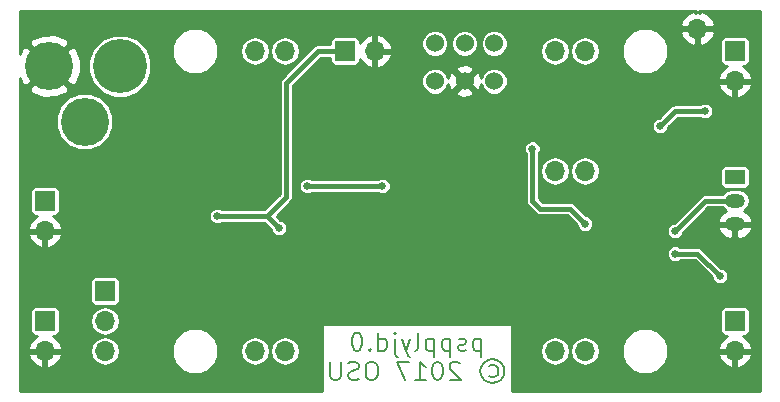
<source format=gbl>
G04 #@! TF.FileFunction,Copper,L2,Bot,Signal*
%FSLAX46Y46*%
G04 Gerber Fmt 4.6, Leading zero omitted, Abs format (unit mm)*
G04 Created by KiCad (PCBNEW 4.0.6) date 08/14/17 09:10:16*
%MOMM*%
%LPD*%
G01*
G04 APERTURE LIST*
%ADD10C,0.100000*%
%ADD11C,0.190500*%
%ADD12C,0.635000*%
%ADD13R,1.700000X1.700000*%
%ADD14O,1.700000X1.700000*%
%ADD15C,1.524000*%
%ADD16R,1.700000X1.200000*%
%ADD17O,1.700000X1.200000*%
%ADD18C,4.572000*%
%ADD19C,4.064000*%
%ADD20C,0.381000*%
%ADD21C,0.254000*%
G04 APERTURE END LIST*
D10*
D11*
X151238857Y-151343179D02*
X151238857Y-152867179D01*
X151238857Y-151415750D02*
X151093714Y-151343179D01*
X150803428Y-151343179D01*
X150658285Y-151415750D01*
X150585714Y-151488321D01*
X150513143Y-151633464D01*
X150513143Y-152068893D01*
X150585714Y-152214036D01*
X150658285Y-152286607D01*
X150803428Y-152359179D01*
X151093714Y-152359179D01*
X151238857Y-152286607D01*
X149932571Y-152286607D02*
X149787428Y-152359179D01*
X149497143Y-152359179D01*
X149352000Y-152286607D01*
X149279428Y-152141464D01*
X149279428Y-152068893D01*
X149352000Y-151923750D01*
X149497143Y-151851179D01*
X149714857Y-151851179D01*
X149860000Y-151778607D01*
X149932571Y-151633464D01*
X149932571Y-151560893D01*
X149860000Y-151415750D01*
X149714857Y-151343179D01*
X149497143Y-151343179D01*
X149352000Y-151415750D01*
X148626286Y-151343179D02*
X148626286Y-152867179D01*
X148626286Y-151415750D02*
X148481143Y-151343179D01*
X148190857Y-151343179D01*
X148045714Y-151415750D01*
X147973143Y-151488321D01*
X147900572Y-151633464D01*
X147900572Y-152068893D01*
X147973143Y-152214036D01*
X148045714Y-152286607D01*
X148190857Y-152359179D01*
X148481143Y-152359179D01*
X148626286Y-152286607D01*
X147247429Y-151343179D02*
X147247429Y-152867179D01*
X147247429Y-151415750D02*
X147102286Y-151343179D01*
X146812000Y-151343179D01*
X146666857Y-151415750D01*
X146594286Y-151488321D01*
X146521715Y-151633464D01*
X146521715Y-152068893D01*
X146594286Y-152214036D01*
X146666857Y-152286607D01*
X146812000Y-152359179D01*
X147102286Y-152359179D01*
X147247429Y-152286607D01*
X145650858Y-152359179D02*
X145796000Y-152286607D01*
X145868572Y-152141464D01*
X145868572Y-150835179D01*
X145215429Y-151343179D02*
X144852572Y-152359179D01*
X144489714Y-151343179D02*
X144852572Y-152359179D01*
X144997714Y-152722036D01*
X145070286Y-152794607D01*
X145215429Y-152867179D01*
X143909143Y-151343179D02*
X143909143Y-152649464D01*
X143981714Y-152794607D01*
X144126857Y-152867179D01*
X144199429Y-152867179D01*
X143909143Y-150835179D02*
X143981714Y-150907750D01*
X143909143Y-150980321D01*
X143836571Y-150907750D01*
X143909143Y-150835179D01*
X143909143Y-150980321D01*
X142530286Y-152359179D02*
X142530286Y-150835179D01*
X142530286Y-152286607D02*
X142675429Y-152359179D01*
X142965715Y-152359179D01*
X143110857Y-152286607D01*
X143183429Y-152214036D01*
X143256000Y-152068893D01*
X143256000Y-151633464D01*
X143183429Y-151488321D01*
X143110857Y-151415750D01*
X142965715Y-151343179D01*
X142675429Y-151343179D01*
X142530286Y-151415750D01*
X141804572Y-152214036D02*
X141732000Y-152286607D01*
X141804572Y-152359179D01*
X141877143Y-152286607D01*
X141804572Y-152214036D01*
X141804572Y-152359179D01*
X140788572Y-150835179D02*
X140643429Y-150835179D01*
X140498286Y-150907750D01*
X140425715Y-150980321D01*
X140353144Y-151125464D01*
X140280572Y-151415750D01*
X140280572Y-151778607D01*
X140353144Y-152068893D01*
X140425715Y-152214036D01*
X140498286Y-152286607D01*
X140643429Y-152359179D01*
X140788572Y-152359179D01*
X140933715Y-152286607D01*
X141006286Y-152214036D01*
X141078858Y-152068893D01*
X141151429Y-151778607D01*
X141151429Y-151415750D01*
X141078858Y-151125464D01*
X141006286Y-150980321D01*
X140933715Y-150907750D01*
X140788572Y-150835179D01*
X151892001Y-153674536D02*
X152037143Y-153601964D01*
X152327429Y-153601964D01*
X152472572Y-153674536D01*
X152617715Y-153819679D01*
X152690286Y-153964821D01*
X152690286Y-154255107D01*
X152617715Y-154400250D01*
X152472572Y-154545393D01*
X152327429Y-154617964D01*
X152037143Y-154617964D01*
X151892001Y-154545393D01*
X152182286Y-153093964D02*
X152545143Y-153166536D01*
X152908001Y-153384250D01*
X153125715Y-153747107D01*
X153198286Y-154109964D01*
X153125715Y-154472821D01*
X152908001Y-154835679D01*
X152545143Y-155053393D01*
X152182286Y-155125964D01*
X151819429Y-155053393D01*
X151456572Y-154835679D01*
X151238858Y-154472821D01*
X151166286Y-154109964D01*
X151238858Y-153747107D01*
X151456572Y-153384250D01*
X151819429Y-153166536D01*
X152182286Y-153093964D01*
X149424572Y-153456821D02*
X149352001Y-153384250D01*
X149206858Y-153311679D01*
X148844001Y-153311679D01*
X148698858Y-153384250D01*
X148626287Y-153456821D01*
X148553715Y-153601964D01*
X148553715Y-153747107D01*
X148626287Y-153964821D01*
X149497144Y-154835679D01*
X148553715Y-154835679D01*
X147610286Y-153311679D02*
X147465143Y-153311679D01*
X147320000Y-153384250D01*
X147247429Y-153456821D01*
X147174858Y-153601964D01*
X147102286Y-153892250D01*
X147102286Y-154255107D01*
X147174858Y-154545393D01*
X147247429Y-154690536D01*
X147320000Y-154763107D01*
X147465143Y-154835679D01*
X147610286Y-154835679D01*
X147755429Y-154763107D01*
X147828000Y-154690536D01*
X147900572Y-154545393D01*
X147973143Y-154255107D01*
X147973143Y-153892250D01*
X147900572Y-153601964D01*
X147828000Y-153456821D01*
X147755429Y-153384250D01*
X147610286Y-153311679D01*
X145650857Y-154835679D02*
X146521714Y-154835679D01*
X146086286Y-154835679D02*
X146086286Y-153311679D01*
X146231429Y-153529393D01*
X146376571Y-153674536D01*
X146521714Y-153747107D01*
X145142857Y-153311679D02*
X144126857Y-153311679D01*
X144780000Y-154835679D01*
X142094856Y-153311679D02*
X141804570Y-153311679D01*
X141659428Y-153384250D01*
X141514285Y-153529393D01*
X141441713Y-153819679D01*
X141441713Y-154327679D01*
X141514285Y-154617964D01*
X141659428Y-154763107D01*
X141804570Y-154835679D01*
X142094856Y-154835679D01*
X142239999Y-154763107D01*
X142385142Y-154617964D01*
X142457713Y-154327679D01*
X142457713Y-153819679D01*
X142385142Y-153529393D01*
X142239999Y-153384250D01*
X142094856Y-153311679D01*
X140861142Y-154763107D02*
X140643428Y-154835679D01*
X140280571Y-154835679D01*
X140135428Y-154763107D01*
X140062857Y-154690536D01*
X139990285Y-154545393D01*
X139990285Y-154400250D01*
X140062857Y-154255107D01*
X140135428Y-154182536D01*
X140280571Y-154109964D01*
X140570857Y-154037393D01*
X140715999Y-153964821D01*
X140788571Y-153892250D01*
X140861142Y-153747107D01*
X140861142Y-153601964D01*
X140788571Y-153456821D01*
X140715999Y-153384250D01*
X140570857Y-153311679D01*
X140207999Y-153311679D01*
X139990285Y-153384250D01*
X139337142Y-153311679D02*
X139337142Y-154545393D01*
X139264570Y-154690536D01*
X139191999Y-154763107D01*
X139046856Y-154835679D01*
X138756570Y-154835679D01*
X138611428Y-154763107D01*
X138538856Y-154690536D01*
X138466285Y-154545393D01*
X138466285Y-153311679D01*
D12*
X127000000Y-124460000D03*
X157480000Y-124460000D03*
X147320000Y-124460000D03*
X162560000Y-154940000D03*
X127000000Y-154940000D03*
X137160000Y-124460000D03*
X127000000Y-147320000D03*
X121920000Y-132080000D03*
X138430000Y-132080000D03*
X135890000Y-134620000D03*
X136525000Y-144780000D03*
X142875000Y-144780000D03*
X154940000Y-142240000D03*
X149860000Y-142240000D03*
X172720000Y-144780000D03*
X121920000Y-142240000D03*
X121920000Y-137160000D03*
X137160000Y-147320000D03*
X137160000Y-154940000D03*
X116840000Y-142240000D03*
X172720000Y-134620000D03*
X162560000Y-147320000D03*
X152400000Y-147320000D03*
X165100000Y-142240000D03*
X165100000Y-134620000D03*
X141605000Y-144780000D03*
X140335000Y-144780000D03*
X139065000Y-144780000D03*
X137795000Y-144780000D03*
X139065000Y-142875000D03*
X140335000Y-142875000D03*
X140335000Y-141605000D03*
X139065000Y-141605000D03*
X140335000Y-140335000D03*
D13*
X114300000Y-139700000D03*
D14*
X114300000Y-142240000D03*
D13*
X139700000Y-127000000D03*
D14*
X142240000Y-127000000D03*
D13*
X119380000Y-147320000D03*
D14*
X119380000Y-149860000D03*
X119380000Y-152400000D03*
D13*
X114300000Y-149860000D03*
D14*
X114300000Y-152400000D03*
D13*
X172720000Y-127000000D03*
D14*
X172720000Y-129540000D03*
D13*
X172720000Y-149860000D03*
D14*
X172720000Y-152400000D03*
D15*
X147320000Y-129540000D03*
X149820000Y-129540000D03*
X152320000Y-129540000D03*
X152320000Y-126340000D03*
X149820000Y-126340000D03*
X147320000Y-126340000D03*
D14*
X132080000Y-127000000D03*
X134620000Y-127000000D03*
X157480000Y-127000000D03*
X160020000Y-127000000D03*
X132080000Y-152400000D03*
X134620000Y-152400000D03*
X157480000Y-152400000D03*
X160020000Y-152400000D03*
X157480000Y-137160000D03*
D12*
X139065000Y-140335000D03*
X160020000Y-134620000D03*
D14*
X160020000Y-137160000D03*
X169545000Y-125095000D03*
D16*
X172720000Y-137668000D03*
D17*
X172720000Y-139668000D03*
X172720000Y-141668000D03*
D18*
X120650000Y-128270000D03*
D19*
X114650000Y-128270000D03*
X117650000Y-132970000D03*
D12*
X160020000Y-141605000D03*
X155575000Y-135255000D03*
X142875000Y-138430000D03*
X136525000Y-138430000D03*
X166370000Y-133350000D03*
X170180000Y-132080000D03*
X167640000Y-144145000D03*
X171450000Y-146050000D03*
X134112000Y-141986000D03*
X128905000Y-140970000D03*
X167640000Y-142240000D03*
D20*
X158750000Y-140335000D02*
X160020000Y-141605000D01*
X156210000Y-140335000D02*
X158750000Y-140335000D01*
X155575000Y-139700000D02*
X156210000Y-140335000D01*
X155575000Y-135255000D02*
X155575000Y-139700000D01*
X136525000Y-138430000D02*
X142875000Y-138430000D01*
X167640000Y-132080000D02*
X166370000Y-133350000D01*
X170180000Y-132080000D02*
X167640000Y-132080000D01*
X169545000Y-144145000D02*
X167640000Y-144145000D01*
X171450000Y-146050000D02*
X169545000Y-144145000D01*
X139700000Y-127000000D02*
X137414000Y-127000000D01*
X134747000Y-139319000D02*
X133096000Y-140970000D01*
X134747000Y-129667000D02*
X134747000Y-139319000D01*
X137414000Y-127000000D02*
X134747000Y-129667000D01*
X134112000Y-141986000D02*
X133096000Y-140970000D01*
X133096000Y-140970000D02*
X128905000Y-140970000D01*
X170220000Y-139660000D02*
X172720000Y-139660000D01*
X167640000Y-142240000D02*
X170220000Y-139660000D01*
D21*
G36*
X169417998Y-123774180D02*
X169188108Y-123653514D01*
X168663642Y-123899817D01*
X168273355Y-124328076D01*
X168103524Y-124738110D01*
X168224845Y-124968000D01*
X169418000Y-124968000D01*
X169418000Y-124948000D01*
X169672000Y-124948000D01*
X169672000Y-124968000D01*
X170865155Y-124968000D01*
X170986476Y-124738110D01*
X170816645Y-124328076D01*
X170426358Y-123899817D01*
X169901892Y-123653514D01*
X169672002Y-123774180D01*
X169672002Y-123621000D01*
X174829000Y-123621000D01*
X174829000Y-155779000D01*
X153869572Y-155779000D01*
X153869572Y-152400000D01*
X156224883Y-152400000D01*
X156318587Y-152871083D01*
X156585435Y-153270448D01*
X156984800Y-153537296D01*
X157455883Y-153631000D01*
X157504117Y-153631000D01*
X157975200Y-153537296D01*
X158374565Y-153270448D01*
X158641413Y-152871083D01*
X158735117Y-152400000D01*
X158764883Y-152400000D01*
X158858587Y-152871083D01*
X159125435Y-153270448D01*
X159524800Y-153537296D01*
X159995883Y-153631000D01*
X160044117Y-153631000D01*
X160515200Y-153537296D01*
X160914565Y-153270448D01*
X161181413Y-152871083D01*
X161197572Y-152789841D01*
X163131159Y-152789841D01*
X163430214Y-153513609D01*
X163983479Y-154067840D01*
X164706723Y-154368157D01*
X165489841Y-154368841D01*
X166213609Y-154069786D01*
X166767840Y-153516521D01*
X167068157Y-152793277D01*
X167068188Y-152756890D01*
X171278524Y-152756890D01*
X171448355Y-153166924D01*
X171838642Y-153595183D01*
X172363108Y-153841486D01*
X172593000Y-153720819D01*
X172593000Y-152527000D01*
X172847000Y-152527000D01*
X172847000Y-153720819D01*
X173076892Y-153841486D01*
X173601358Y-153595183D01*
X173991645Y-153166924D01*
X174161476Y-152756890D01*
X174040155Y-152527000D01*
X172847000Y-152527000D01*
X172593000Y-152527000D01*
X171399845Y-152527000D01*
X171278524Y-152756890D01*
X167068188Y-152756890D01*
X167068812Y-152043110D01*
X171278524Y-152043110D01*
X171399845Y-152273000D01*
X172593000Y-152273000D01*
X172593000Y-152253000D01*
X172847000Y-152253000D01*
X172847000Y-152273000D01*
X174040155Y-152273000D01*
X174161476Y-152043110D01*
X173991645Y-151633076D01*
X173601358Y-151204817D01*
X173374895Y-151098464D01*
X173570000Y-151098464D01*
X173711190Y-151071897D01*
X173840865Y-150988454D01*
X173927859Y-150861134D01*
X173958464Y-150710000D01*
X173958464Y-149010000D01*
X173931897Y-148868810D01*
X173848454Y-148739135D01*
X173721134Y-148652141D01*
X173570000Y-148621536D01*
X171870000Y-148621536D01*
X171728810Y-148648103D01*
X171599135Y-148731546D01*
X171512141Y-148858866D01*
X171481536Y-149010000D01*
X171481536Y-150710000D01*
X171508103Y-150851190D01*
X171591546Y-150980865D01*
X171718866Y-151067859D01*
X171870000Y-151098464D01*
X172065105Y-151098464D01*
X171838642Y-151204817D01*
X171448355Y-151633076D01*
X171278524Y-152043110D01*
X167068812Y-152043110D01*
X167068841Y-152010159D01*
X166769786Y-151286391D01*
X166216521Y-150732160D01*
X165493277Y-150431843D01*
X164710159Y-150431159D01*
X163986391Y-150730214D01*
X163432160Y-151283479D01*
X163131843Y-152006723D01*
X163131159Y-152789841D01*
X161197572Y-152789841D01*
X161275117Y-152400000D01*
X161181413Y-151928917D01*
X160914565Y-151529552D01*
X160515200Y-151262704D01*
X160044117Y-151169000D01*
X159995883Y-151169000D01*
X159524800Y-151262704D01*
X159125435Y-151529552D01*
X158858587Y-151928917D01*
X158764883Y-152400000D01*
X158735117Y-152400000D01*
X158641413Y-151928917D01*
X158374565Y-151529552D01*
X157975200Y-151262704D01*
X157504117Y-151169000D01*
X157455883Y-151169000D01*
X156984800Y-151262704D01*
X156585435Y-151529552D01*
X156318587Y-151928917D01*
X156224883Y-152400000D01*
X153869572Y-152400000D01*
X153869572Y-150126700D01*
X137722428Y-150126700D01*
X137722428Y-155779000D01*
X112191000Y-155779000D01*
X112191000Y-152756890D01*
X112858524Y-152756890D01*
X113028355Y-153166924D01*
X113418642Y-153595183D01*
X113943108Y-153841486D01*
X114173000Y-153720819D01*
X114173000Y-152527000D01*
X114427000Y-152527000D01*
X114427000Y-153720819D01*
X114656892Y-153841486D01*
X115181358Y-153595183D01*
X115571645Y-153166924D01*
X115741476Y-152756890D01*
X115620155Y-152527000D01*
X114427000Y-152527000D01*
X114173000Y-152527000D01*
X112979845Y-152527000D01*
X112858524Y-152756890D01*
X112191000Y-152756890D01*
X112191000Y-152400000D01*
X118124883Y-152400000D01*
X118218587Y-152871083D01*
X118485435Y-153270448D01*
X118884800Y-153537296D01*
X119355883Y-153631000D01*
X119404117Y-153631000D01*
X119875200Y-153537296D01*
X120274565Y-153270448D01*
X120541413Y-152871083D01*
X120557572Y-152789841D01*
X125031159Y-152789841D01*
X125330214Y-153513609D01*
X125883479Y-154067840D01*
X126606723Y-154368157D01*
X127389841Y-154368841D01*
X128113609Y-154069786D01*
X128667840Y-153516521D01*
X128968157Y-152793277D01*
X128968500Y-152400000D01*
X130824883Y-152400000D01*
X130918587Y-152871083D01*
X131185435Y-153270448D01*
X131584800Y-153537296D01*
X132055883Y-153631000D01*
X132104117Y-153631000D01*
X132575200Y-153537296D01*
X132974565Y-153270448D01*
X133241413Y-152871083D01*
X133335117Y-152400000D01*
X133364883Y-152400000D01*
X133458587Y-152871083D01*
X133725435Y-153270448D01*
X134124800Y-153537296D01*
X134595883Y-153631000D01*
X134644117Y-153631000D01*
X135115200Y-153537296D01*
X135514565Y-153270448D01*
X135781413Y-152871083D01*
X135875117Y-152400000D01*
X135781413Y-151928917D01*
X135514565Y-151529552D01*
X135115200Y-151262704D01*
X134644117Y-151169000D01*
X134595883Y-151169000D01*
X134124800Y-151262704D01*
X133725435Y-151529552D01*
X133458587Y-151928917D01*
X133364883Y-152400000D01*
X133335117Y-152400000D01*
X133241413Y-151928917D01*
X132974565Y-151529552D01*
X132575200Y-151262704D01*
X132104117Y-151169000D01*
X132055883Y-151169000D01*
X131584800Y-151262704D01*
X131185435Y-151529552D01*
X130918587Y-151928917D01*
X130824883Y-152400000D01*
X128968500Y-152400000D01*
X128968841Y-152010159D01*
X128669786Y-151286391D01*
X128116521Y-150732160D01*
X127393277Y-150431843D01*
X126610159Y-150431159D01*
X125886391Y-150730214D01*
X125332160Y-151283479D01*
X125031843Y-152006723D01*
X125031159Y-152789841D01*
X120557572Y-152789841D01*
X120635117Y-152400000D01*
X120541413Y-151928917D01*
X120274565Y-151529552D01*
X119875200Y-151262704D01*
X119404117Y-151169000D01*
X119355883Y-151169000D01*
X118884800Y-151262704D01*
X118485435Y-151529552D01*
X118218587Y-151928917D01*
X118124883Y-152400000D01*
X112191000Y-152400000D01*
X112191000Y-152043110D01*
X112858524Y-152043110D01*
X112979845Y-152273000D01*
X114173000Y-152273000D01*
X114173000Y-152253000D01*
X114427000Y-152253000D01*
X114427000Y-152273000D01*
X115620155Y-152273000D01*
X115741476Y-152043110D01*
X115571645Y-151633076D01*
X115181358Y-151204817D01*
X114954895Y-151098464D01*
X115150000Y-151098464D01*
X115291190Y-151071897D01*
X115420865Y-150988454D01*
X115507859Y-150861134D01*
X115538464Y-150710000D01*
X115538464Y-149860000D01*
X118124883Y-149860000D01*
X118218587Y-150331083D01*
X118485435Y-150730448D01*
X118884800Y-150997296D01*
X119355883Y-151091000D01*
X119404117Y-151091000D01*
X119875200Y-150997296D01*
X120274565Y-150730448D01*
X120541413Y-150331083D01*
X120635117Y-149860000D01*
X120541413Y-149388917D01*
X120274565Y-148989552D01*
X119875200Y-148722704D01*
X119404117Y-148629000D01*
X119355883Y-148629000D01*
X118884800Y-148722704D01*
X118485435Y-148989552D01*
X118218587Y-149388917D01*
X118124883Y-149860000D01*
X115538464Y-149860000D01*
X115538464Y-149010000D01*
X115511897Y-148868810D01*
X115428454Y-148739135D01*
X115301134Y-148652141D01*
X115150000Y-148621536D01*
X113450000Y-148621536D01*
X113308810Y-148648103D01*
X113179135Y-148731546D01*
X113092141Y-148858866D01*
X113061536Y-149010000D01*
X113061536Y-150710000D01*
X113088103Y-150851190D01*
X113171546Y-150980865D01*
X113298866Y-151067859D01*
X113450000Y-151098464D01*
X113645105Y-151098464D01*
X113418642Y-151204817D01*
X113028355Y-151633076D01*
X112858524Y-152043110D01*
X112191000Y-152043110D01*
X112191000Y-146470000D01*
X118141536Y-146470000D01*
X118141536Y-148170000D01*
X118168103Y-148311190D01*
X118251546Y-148440865D01*
X118378866Y-148527859D01*
X118530000Y-148558464D01*
X120230000Y-148558464D01*
X120371190Y-148531897D01*
X120500865Y-148448454D01*
X120587859Y-148321134D01*
X120618464Y-148170000D01*
X120618464Y-146470000D01*
X120591897Y-146328810D01*
X120508454Y-146199135D01*
X120381134Y-146112141D01*
X120230000Y-146081536D01*
X118530000Y-146081536D01*
X118388810Y-146108103D01*
X118259135Y-146191546D01*
X118172141Y-146318866D01*
X118141536Y-146470000D01*
X112191000Y-146470000D01*
X112191000Y-144283331D01*
X166941379Y-144283331D01*
X167047496Y-144540151D01*
X167243815Y-144736814D01*
X167500450Y-144843378D01*
X167778331Y-144843621D01*
X168035151Y-144737504D01*
X168056192Y-144716500D01*
X169308276Y-144716500D01*
X170751404Y-146159627D01*
X170751379Y-146188331D01*
X170857496Y-146445151D01*
X171053815Y-146641814D01*
X171310450Y-146748378D01*
X171588331Y-146748621D01*
X171845151Y-146642504D01*
X172041814Y-146446185D01*
X172148378Y-146189550D01*
X172148621Y-145911669D01*
X172042504Y-145654849D01*
X171846185Y-145458186D01*
X171589550Y-145351622D01*
X171559819Y-145351596D01*
X169949112Y-143740888D01*
X169860210Y-143681486D01*
X169763704Y-143617003D01*
X169727418Y-143609785D01*
X169545000Y-143573499D01*
X169544995Y-143573500D01*
X168056463Y-143573500D01*
X168036185Y-143553186D01*
X167779550Y-143446622D01*
X167501669Y-143446379D01*
X167244849Y-143552496D01*
X167048186Y-143748815D01*
X166941622Y-144005450D01*
X166941379Y-144283331D01*
X112191000Y-144283331D01*
X112191000Y-142596890D01*
X112858524Y-142596890D01*
X113028355Y-143006924D01*
X113418642Y-143435183D01*
X113943108Y-143681486D01*
X114173000Y-143560819D01*
X114173000Y-142367000D01*
X114427000Y-142367000D01*
X114427000Y-143560819D01*
X114656892Y-143681486D01*
X115181358Y-143435183D01*
X115571645Y-143006924D01*
X115741476Y-142596890D01*
X115620155Y-142367000D01*
X114427000Y-142367000D01*
X114173000Y-142367000D01*
X112979845Y-142367000D01*
X112858524Y-142596890D01*
X112191000Y-142596890D01*
X112191000Y-141883110D01*
X112858524Y-141883110D01*
X112979845Y-142113000D01*
X114173000Y-142113000D01*
X114173000Y-142093000D01*
X114427000Y-142093000D01*
X114427000Y-142113000D01*
X115620155Y-142113000D01*
X115741476Y-141883110D01*
X115571645Y-141473076D01*
X115239241Y-141108331D01*
X128206379Y-141108331D01*
X128312496Y-141365151D01*
X128508815Y-141561814D01*
X128765450Y-141668378D01*
X129043331Y-141668621D01*
X129300151Y-141562504D01*
X129321192Y-141541500D01*
X132859276Y-141541500D01*
X133413404Y-142095628D01*
X133413379Y-142124331D01*
X133519496Y-142381151D01*
X133715815Y-142577814D01*
X133972450Y-142684378D01*
X134250331Y-142684621D01*
X134507151Y-142578504D01*
X134703814Y-142382185D01*
X134705414Y-142378331D01*
X166941379Y-142378331D01*
X167047496Y-142635151D01*
X167243815Y-142831814D01*
X167500450Y-142938378D01*
X167778331Y-142938621D01*
X168035151Y-142832504D01*
X168231814Y-142636185D01*
X168338378Y-142379550D01*
X168338404Y-142349820D01*
X168702615Y-141985609D01*
X171276538Y-141985609D01*
X171291714Y-142077376D01*
X171538067Y-142497125D01*
X171926299Y-142790647D01*
X172397304Y-142913256D01*
X172593000Y-142750547D01*
X172593000Y-141795000D01*
X172847000Y-141795000D01*
X172847000Y-142750547D01*
X173042696Y-142913256D01*
X173513701Y-142790647D01*
X173901933Y-142497125D01*
X174148286Y-142077376D01*
X174163462Y-141985609D01*
X174038731Y-141795000D01*
X172847000Y-141795000D01*
X172593000Y-141795000D01*
X171401269Y-141795000D01*
X171276538Y-141985609D01*
X168702615Y-141985609D01*
X170456724Y-140231500D01*
X171665233Y-140231500D01*
X171752211Y-140361672D01*
X171998846Y-140526468D01*
X171926299Y-140545353D01*
X171538067Y-140838875D01*
X171291714Y-141258624D01*
X171276538Y-141350391D01*
X171401269Y-141541000D01*
X172593000Y-141541000D01*
X172593000Y-141521000D01*
X172847000Y-141521000D01*
X172847000Y-141541000D01*
X174038731Y-141541000D01*
X174163462Y-141350391D01*
X174148286Y-141258624D01*
X173901933Y-140838875D01*
X173513701Y-140545353D01*
X173441154Y-140526468D01*
X173687789Y-140361672D01*
X173900443Y-140043412D01*
X173975117Y-139668000D01*
X173900443Y-139292588D01*
X173687789Y-138974328D01*
X173369529Y-138761674D01*
X172994117Y-138687000D01*
X172445883Y-138687000D01*
X172070471Y-138761674D01*
X171752211Y-138974328D01*
X171675924Y-139088500D01*
X170220005Y-139088500D01*
X170220000Y-139088499D01*
X170037582Y-139124785D01*
X170001296Y-139132003D01*
X169815888Y-139255888D01*
X167530372Y-141541404D01*
X167501669Y-141541379D01*
X167244849Y-141647496D01*
X167048186Y-141843815D01*
X166941622Y-142100450D01*
X166941379Y-142378331D01*
X134705414Y-142378331D01*
X134810378Y-142125550D01*
X134810621Y-141847669D01*
X134704504Y-141590849D01*
X134508185Y-141394186D01*
X134251550Y-141287622D01*
X134221820Y-141287596D01*
X133904224Y-140970000D01*
X135151109Y-139723114D01*
X135151112Y-139723112D01*
X135274997Y-139537704D01*
X135274998Y-139537703D01*
X135318501Y-139319000D01*
X135318500Y-139318995D01*
X135318500Y-138568331D01*
X135826379Y-138568331D01*
X135932496Y-138825151D01*
X136128815Y-139021814D01*
X136385450Y-139128378D01*
X136663331Y-139128621D01*
X136920151Y-139022504D01*
X136941192Y-139001500D01*
X142458537Y-139001500D01*
X142478815Y-139021814D01*
X142735450Y-139128378D01*
X143013331Y-139128621D01*
X143270151Y-139022504D01*
X143466814Y-138826185D01*
X143573378Y-138569550D01*
X143573621Y-138291669D01*
X143467504Y-138034849D01*
X143271185Y-137838186D01*
X143014550Y-137731622D01*
X142736669Y-137731379D01*
X142479849Y-137837496D01*
X142458808Y-137858500D01*
X136941463Y-137858500D01*
X136921185Y-137838186D01*
X136664550Y-137731622D01*
X136386669Y-137731379D01*
X136129849Y-137837496D01*
X135933186Y-138033815D01*
X135826622Y-138290450D01*
X135826379Y-138568331D01*
X135318500Y-138568331D01*
X135318500Y-135393331D01*
X154876379Y-135393331D01*
X154982496Y-135650151D01*
X155003500Y-135671192D01*
X155003500Y-139699995D01*
X155003499Y-139700000D01*
X155039046Y-139878703D01*
X155047003Y-139918704D01*
X155055145Y-139930889D01*
X155170888Y-140104112D01*
X155805886Y-140739109D01*
X155805888Y-140739112D01*
X155894790Y-140798514D01*
X155991297Y-140862998D01*
X156210000Y-140906501D01*
X156210005Y-140906500D01*
X158513276Y-140906500D01*
X159321404Y-141714627D01*
X159321379Y-141743331D01*
X159427496Y-142000151D01*
X159623815Y-142196814D01*
X159880450Y-142303378D01*
X160158331Y-142303621D01*
X160415151Y-142197504D01*
X160611814Y-142001185D01*
X160718378Y-141744550D01*
X160718621Y-141466669D01*
X160612504Y-141209849D01*
X160416185Y-141013186D01*
X160159550Y-140906622D01*
X160129819Y-140906596D01*
X159154112Y-139930888D01*
X159135876Y-139918703D01*
X158968704Y-139807003D01*
X158932418Y-139799785D01*
X158750000Y-139763499D01*
X158749995Y-139763500D01*
X156446723Y-139763500D01*
X156146500Y-139463276D01*
X156146500Y-137160000D01*
X156224883Y-137160000D01*
X156318587Y-137631083D01*
X156585435Y-138030448D01*
X156984800Y-138297296D01*
X157455883Y-138391000D01*
X157504117Y-138391000D01*
X157975200Y-138297296D01*
X158374565Y-138030448D01*
X158641413Y-137631083D01*
X158735117Y-137160000D01*
X158764883Y-137160000D01*
X158858587Y-137631083D01*
X159125435Y-138030448D01*
X159524800Y-138297296D01*
X159995883Y-138391000D01*
X160044117Y-138391000D01*
X160515200Y-138297296D01*
X160914565Y-138030448D01*
X161181413Y-137631083D01*
X161275117Y-137160000D01*
X161256818Y-137068000D01*
X171481536Y-137068000D01*
X171481536Y-138268000D01*
X171508103Y-138409190D01*
X171591546Y-138538865D01*
X171718866Y-138625859D01*
X171870000Y-138656464D01*
X173570000Y-138656464D01*
X173711190Y-138629897D01*
X173840865Y-138546454D01*
X173927859Y-138419134D01*
X173958464Y-138268000D01*
X173958464Y-137068000D01*
X173931897Y-136926810D01*
X173848454Y-136797135D01*
X173721134Y-136710141D01*
X173570000Y-136679536D01*
X171870000Y-136679536D01*
X171728810Y-136706103D01*
X171599135Y-136789546D01*
X171512141Y-136916866D01*
X171481536Y-137068000D01*
X161256818Y-137068000D01*
X161181413Y-136688917D01*
X160914565Y-136289552D01*
X160515200Y-136022704D01*
X160044117Y-135929000D01*
X159995883Y-135929000D01*
X159524800Y-136022704D01*
X159125435Y-136289552D01*
X158858587Y-136688917D01*
X158764883Y-137160000D01*
X158735117Y-137160000D01*
X158641413Y-136688917D01*
X158374565Y-136289552D01*
X157975200Y-136022704D01*
X157504117Y-135929000D01*
X157455883Y-135929000D01*
X156984800Y-136022704D01*
X156585435Y-136289552D01*
X156318587Y-136688917D01*
X156224883Y-137160000D01*
X156146500Y-137160000D01*
X156146500Y-135671463D01*
X156166814Y-135651185D01*
X156273378Y-135394550D01*
X156273621Y-135116669D01*
X156167504Y-134859849D01*
X155971185Y-134663186D01*
X155714550Y-134556622D01*
X155436669Y-134556379D01*
X155179849Y-134662496D01*
X154983186Y-134858815D01*
X154876622Y-135115450D01*
X154876379Y-135393331D01*
X135318500Y-135393331D01*
X135318500Y-133488331D01*
X165671379Y-133488331D01*
X165777496Y-133745151D01*
X165973815Y-133941814D01*
X166230450Y-134048378D01*
X166508331Y-134048621D01*
X166765151Y-133942504D01*
X166961814Y-133746185D01*
X167068378Y-133489550D01*
X167068404Y-133459820D01*
X167876723Y-132651500D01*
X169763537Y-132651500D01*
X169783815Y-132671814D01*
X170040450Y-132778378D01*
X170318331Y-132778621D01*
X170575151Y-132672504D01*
X170771814Y-132476185D01*
X170878378Y-132219550D01*
X170878621Y-131941669D01*
X170772504Y-131684849D01*
X170576185Y-131488186D01*
X170319550Y-131381622D01*
X170041669Y-131381379D01*
X169784849Y-131487496D01*
X169763808Y-131508500D01*
X167640005Y-131508500D01*
X167640000Y-131508499D01*
X167457582Y-131544785D01*
X167421296Y-131552003D01*
X167235888Y-131675888D01*
X167235886Y-131675891D01*
X166260372Y-132651404D01*
X166231669Y-132651379D01*
X165974849Y-132757496D01*
X165778186Y-132953815D01*
X165671622Y-133210450D01*
X165671379Y-133488331D01*
X135318500Y-133488331D01*
X135318500Y-129903724D01*
X135455864Y-129766359D01*
X146176802Y-129766359D01*
X146350446Y-130186612D01*
X146671697Y-130508423D01*
X147091646Y-130682801D01*
X147546359Y-130683198D01*
X147940815Y-130520213D01*
X149019392Y-130520213D01*
X149088857Y-130762397D01*
X149612302Y-130949144D01*
X150167368Y-130921362D01*
X150551143Y-130762397D01*
X150620608Y-130520213D01*
X149820000Y-129719605D01*
X149019392Y-130520213D01*
X147940815Y-130520213D01*
X147966612Y-130509554D01*
X148288423Y-130188303D01*
X148435921Y-129833088D01*
X148438638Y-129887368D01*
X148597603Y-130271143D01*
X148839787Y-130340608D01*
X149640395Y-129540000D01*
X149999605Y-129540000D01*
X150800213Y-130340608D01*
X151042397Y-130271143D01*
X151201318Y-129825693D01*
X151350446Y-130186612D01*
X151671697Y-130508423D01*
X152091646Y-130682801D01*
X152546359Y-130683198D01*
X152966612Y-130509554D01*
X153288423Y-130188303D01*
X153409428Y-129896890D01*
X171278524Y-129896890D01*
X171448355Y-130306924D01*
X171838642Y-130735183D01*
X172363108Y-130981486D01*
X172593000Y-130860819D01*
X172593000Y-129667000D01*
X172847000Y-129667000D01*
X172847000Y-130860819D01*
X173076892Y-130981486D01*
X173601358Y-130735183D01*
X173991645Y-130306924D01*
X174161476Y-129896890D01*
X174040155Y-129667000D01*
X172847000Y-129667000D01*
X172593000Y-129667000D01*
X171399845Y-129667000D01*
X171278524Y-129896890D01*
X153409428Y-129896890D01*
X153462801Y-129768354D01*
X153463198Y-129313641D01*
X153409265Y-129183110D01*
X171278524Y-129183110D01*
X171399845Y-129413000D01*
X172593000Y-129413000D01*
X172593000Y-129393000D01*
X172847000Y-129393000D01*
X172847000Y-129413000D01*
X174040155Y-129413000D01*
X174161476Y-129183110D01*
X173991645Y-128773076D01*
X173601358Y-128344817D01*
X173374895Y-128238464D01*
X173570000Y-128238464D01*
X173711190Y-128211897D01*
X173840865Y-128128454D01*
X173927859Y-128001134D01*
X173958464Y-127850000D01*
X173958464Y-126150000D01*
X173931897Y-126008810D01*
X173848454Y-125879135D01*
X173721134Y-125792141D01*
X173570000Y-125761536D01*
X171870000Y-125761536D01*
X171728810Y-125788103D01*
X171599135Y-125871546D01*
X171512141Y-125998866D01*
X171481536Y-126150000D01*
X171481536Y-127850000D01*
X171508103Y-127991190D01*
X171591546Y-128120865D01*
X171718866Y-128207859D01*
X171870000Y-128238464D01*
X172065105Y-128238464D01*
X171838642Y-128344817D01*
X171448355Y-128773076D01*
X171278524Y-129183110D01*
X153409265Y-129183110D01*
X153289554Y-128893388D01*
X152968303Y-128571577D01*
X152548354Y-128397199D01*
X152093641Y-128396802D01*
X151673388Y-128570446D01*
X151351577Y-128891697D01*
X151204079Y-129246912D01*
X151201362Y-129192632D01*
X151042397Y-128808857D01*
X150800213Y-128739392D01*
X149999605Y-129540000D01*
X149640395Y-129540000D01*
X148839787Y-128739392D01*
X148597603Y-128808857D01*
X148438682Y-129254307D01*
X148289554Y-128893388D01*
X147968303Y-128571577D01*
X147939910Y-128559787D01*
X149019392Y-128559787D01*
X149820000Y-129360395D01*
X150620608Y-128559787D01*
X150551143Y-128317603D01*
X150027698Y-128130856D01*
X149472632Y-128158638D01*
X149088857Y-128317603D01*
X149019392Y-128559787D01*
X147939910Y-128559787D01*
X147548354Y-128397199D01*
X147093641Y-128396802D01*
X146673388Y-128570446D01*
X146351577Y-128891697D01*
X146177199Y-129311646D01*
X146176802Y-129766359D01*
X135455864Y-129766359D01*
X137650723Y-127571500D01*
X138461536Y-127571500D01*
X138461536Y-127850000D01*
X138488103Y-127991190D01*
X138571546Y-128120865D01*
X138698866Y-128207859D01*
X138850000Y-128238464D01*
X140550000Y-128238464D01*
X140691190Y-128211897D01*
X140820865Y-128128454D01*
X140907859Y-128001134D01*
X140938464Y-127850000D01*
X140938464Y-127654895D01*
X141044817Y-127881358D01*
X141473076Y-128271645D01*
X141883110Y-128441476D01*
X142113000Y-128320155D01*
X142113000Y-127127000D01*
X142367000Y-127127000D01*
X142367000Y-128320155D01*
X142596890Y-128441476D01*
X143006924Y-128271645D01*
X143435183Y-127881358D01*
X143681486Y-127356892D01*
X143560819Y-127127000D01*
X142367000Y-127127000D01*
X142113000Y-127127000D01*
X142093000Y-127127000D01*
X142093000Y-126873000D01*
X142113000Y-126873000D01*
X142113000Y-125679845D01*
X142367000Y-125679845D01*
X142367000Y-126873000D01*
X143560819Y-126873000D01*
X143681486Y-126643108D01*
X143645443Y-126566359D01*
X146176802Y-126566359D01*
X146350446Y-126986612D01*
X146671697Y-127308423D01*
X147091646Y-127482801D01*
X147546359Y-127483198D01*
X147966612Y-127309554D01*
X148288423Y-126988303D01*
X148462801Y-126568354D01*
X148462802Y-126566359D01*
X148676802Y-126566359D01*
X148850446Y-126986612D01*
X149171697Y-127308423D01*
X149591646Y-127482801D01*
X150046359Y-127483198D01*
X150466612Y-127309554D01*
X150788423Y-126988303D01*
X150962801Y-126568354D01*
X150962802Y-126566359D01*
X151176802Y-126566359D01*
X151350446Y-126986612D01*
X151671697Y-127308423D01*
X152091646Y-127482801D01*
X152546359Y-127483198D01*
X152966612Y-127309554D01*
X153276705Y-127000000D01*
X156224883Y-127000000D01*
X156318587Y-127471083D01*
X156585435Y-127870448D01*
X156984800Y-128137296D01*
X157455883Y-128231000D01*
X157504117Y-128231000D01*
X157975200Y-128137296D01*
X158374565Y-127870448D01*
X158641413Y-127471083D01*
X158735117Y-127000000D01*
X158764883Y-127000000D01*
X158858587Y-127471083D01*
X159125435Y-127870448D01*
X159524800Y-128137296D01*
X159995883Y-128231000D01*
X160044117Y-128231000D01*
X160515200Y-128137296D01*
X160914565Y-127870448D01*
X161181413Y-127471083D01*
X161197572Y-127389841D01*
X163131159Y-127389841D01*
X163430214Y-128113609D01*
X163983479Y-128667840D01*
X164706723Y-128968157D01*
X165489841Y-128968841D01*
X166213609Y-128669786D01*
X166767840Y-128116521D01*
X167068157Y-127393277D01*
X167068841Y-126610159D01*
X166769786Y-125886391D01*
X166336043Y-125451890D01*
X168103524Y-125451890D01*
X168273355Y-125861924D01*
X168663642Y-126290183D01*
X169188108Y-126536486D01*
X169418000Y-126415819D01*
X169418000Y-125222000D01*
X169672000Y-125222000D01*
X169672000Y-126415819D01*
X169901892Y-126536486D01*
X170426358Y-126290183D01*
X170816645Y-125861924D01*
X170986476Y-125451890D01*
X170865155Y-125222000D01*
X169672000Y-125222000D01*
X169418000Y-125222000D01*
X168224845Y-125222000D01*
X168103524Y-125451890D01*
X166336043Y-125451890D01*
X166216521Y-125332160D01*
X165493277Y-125031843D01*
X164710159Y-125031159D01*
X163986391Y-125330214D01*
X163432160Y-125883479D01*
X163131843Y-126606723D01*
X163131159Y-127389841D01*
X161197572Y-127389841D01*
X161275117Y-127000000D01*
X161181413Y-126528917D01*
X160914565Y-126129552D01*
X160515200Y-125862704D01*
X160044117Y-125769000D01*
X159995883Y-125769000D01*
X159524800Y-125862704D01*
X159125435Y-126129552D01*
X158858587Y-126528917D01*
X158764883Y-127000000D01*
X158735117Y-127000000D01*
X158641413Y-126528917D01*
X158374565Y-126129552D01*
X157975200Y-125862704D01*
X157504117Y-125769000D01*
X157455883Y-125769000D01*
X156984800Y-125862704D01*
X156585435Y-126129552D01*
X156318587Y-126528917D01*
X156224883Y-127000000D01*
X153276705Y-127000000D01*
X153288423Y-126988303D01*
X153462801Y-126568354D01*
X153463198Y-126113641D01*
X153289554Y-125693388D01*
X152968303Y-125371577D01*
X152548354Y-125197199D01*
X152093641Y-125196802D01*
X151673388Y-125370446D01*
X151351577Y-125691697D01*
X151177199Y-126111646D01*
X151176802Y-126566359D01*
X150962802Y-126566359D01*
X150963198Y-126113641D01*
X150789554Y-125693388D01*
X150468303Y-125371577D01*
X150048354Y-125197199D01*
X149593641Y-125196802D01*
X149173388Y-125370446D01*
X148851577Y-125691697D01*
X148677199Y-126111646D01*
X148676802Y-126566359D01*
X148462802Y-126566359D01*
X148463198Y-126113641D01*
X148289554Y-125693388D01*
X147968303Y-125371577D01*
X147548354Y-125197199D01*
X147093641Y-125196802D01*
X146673388Y-125370446D01*
X146351577Y-125691697D01*
X146177199Y-126111646D01*
X146176802Y-126566359D01*
X143645443Y-126566359D01*
X143435183Y-126118642D01*
X143006924Y-125728355D01*
X142596890Y-125558524D01*
X142367000Y-125679845D01*
X142113000Y-125679845D01*
X141883110Y-125558524D01*
X141473076Y-125728355D01*
X141044817Y-126118642D01*
X140938464Y-126345105D01*
X140938464Y-126150000D01*
X140911897Y-126008810D01*
X140828454Y-125879135D01*
X140701134Y-125792141D01*
X140550000Y-125761536D01*
X138850000Y-125761536D01*
X138708810Y-125788103D01*
X138579135Y-125871546D01*
X138492141Y-125998866D01*
X138461536Y-126150000D01*
X138461536Y-126428500D01*
X137414005Y-126428500D01*
X137414000Y-126428499D01*
X137195297Y-126472002D01*
X137195295Y-126472003D01*
X137195296Y-126472003D01*
X137009888Y-126595888D01*
X137009886Y-126595891D01*
X134342888Y-129262888D01*
X134219003Y-129448296D01*
X134219003Y-129448297D01*
X134175499Y-129667000D01*
X134175500Y-129667005D01*
X134175500Y-139082277D01*
X132859276Y-140398500D01*
X129321463Y-140398500D01*
X129301185Y-140378186D01*
X129044550Y-140271622D01*
X128766669Y-140271379D01*
X128509849Y-140377496D01*
X128313186Y-140573815D01*
X128206622Y-140830450D01*
X128206379Y-141108331D01*
X115239241Y-141108331D01*
X115181358Y-141044817D01*
X114954895Y-140938464D01*
X115150000Y-140938464D01*
X115291190Y-140911897D01*
X115420865Y-140828454D01*
X115507859Y-140701134D01*
X115538464Y-140550000D01*
X115538464Y-138850000D01*
X115511897Y-138708810D01*
X115428454Y-138579135D01*
X115301134Y-138492141D01*
X115150000Y-138461536D01*
X113450000Y-138461536D01*
X113308810Y-138488103D01*
X113179135Y-138571546D01*
X113092141Y-138698866D01*
X113061536Y-138850000D01*
X113061536Y-140550000D01*
X113088103Y-140691190D01*
X113171546Y-140820865D01*
X113298866Y-140907859D01*
X113450000Y-140938464D01*
X113645105Y-140938464D01*
X113418642Y-141044817D01*
X113028355Y-141473076D01*
X112858524Y-141883110D01*
X112191000Y-141883110D01*
X112191000Y-133447870D01*
X115236583Y-133447870D01*
X115603166Y-134335069D01*
X116281361Y-135014449D01*
X117167919Y-135382580D01*
X118127870Y-135383417D01*
X119015069Y-135016834D01*
X119694449Y-134338639D01*
X120062580Y-133452081D01*
X120063417Y-132492130D01*
X119696834Y-131604931D01*
X119018639Y-130925551D01*
X118132081Y-130557420D01*
X117172130Y-130556583D01*
X116284931Y-130923166D01*
X115605551Y-131601361D01*
X115237420Y-132487919D01*
X115236583Y-133447870D01*
X112191000Y-133447870D01*
X112191000Y-130168121D01*
X112931484Y-130168121D01*
X113156154Y-130542168D01*
X114139388Y-130940880D01*
X115200357Y-130932975D01*
X116143846Y-130542168D01*
X116368516Y-130168121D01*
X114650000Y-128449605D01*
X112931484Y-130168121D01*
X112191000Y-130168121D01*
X112191000Y-129312795D01*
X112377832Y-129763846D01*
X112751879Y-129988516D01*
X114470395Y-128270000D01*
X114829605Y-128270000D01*
X116548121Y-129988516D01*
X116922168Y-129763846D01*
X117313759Y-128798172D01*
X117982538Y-128798172D01*
X118387709Y-129778761D01*
X119137293Y-130529655D01*
X120117173Y-130936536D01*
X121178172Y-130937462D01*
X122158761Y-130532291D01*
X122909655Y-129782707D01*
X123316536Y-128802827D01*
X123317462Y-127741828D01*
X123172024Y-127389841D01*
X125031159Y-127389841D01*
X125330214Y-128113609D01*
X125883479Y-128667840D01*
X126606723Y-128968157D01*
X127389841Y-128968841D01*
X128113609Y-128669786D01*
X128667840Y-128116521D01*
X128968157Y-127393277D01*
X128968500Y-127000000D01*
X130824883Y-127000000D01*
X130918587Y-127471083D01*
X131185435Y-127870448D01*
X131584800Y-128137296D01*
X132055883Y-128231000D01*
X132104117Y-128231000D01*
X132575200Y-128137296D01*
X132974565Y-127870448D01*
X133241413Y-127471083D01*
X133335117Y-127000000D01*
X133364883Y-127000000D01*
X133458587Y-127471083D01*
X133725435Y-127870448D01*
X134124800Y-128137296D01*
X134595883Y-128231000D01*
X134644117Y-128231000D01*
X135115200Y-128137296D01*
X135514565Y-127870448D01*
X135781413Y-127471083D01*
X135875117Y-127000000D01*
X135781413Y-126528917D01*
X135514565Y-126129552D01*
X135115200Y-125862704D01*
X134644117Y-125769000D01*
X134595883Y-125769000D01*
X134124800Y-125862704D01*
X133725435Y-126129552D01*
X133458587Y-126528917D01*
X133364883Y-127000000D01*
X133335117Y-127000000D01*
X133241413Y-126528917D01*
X132974565Y-126129552D01*
X132575200Y-125862704D01*
X132104117Y-125769000D01*
X132055883Y-125769000D01*
X131584800Y-125862704D01*
X131185435Y-126129552D01*
X130918587Y-126528917D01*
X130824883Y-127000000D01*
X128968500Y-127000000D01*
X128968841Y-126610159D01*
X128669786Y-125886391D01*
X128116521Y-125332160D01*
X127393277Y-125031843D01*
X126610159Y-125031159D01*
X125886391Y-125330214D01*
X125332160Y-125883479D01*
X125031843Y-126606723D01*
X125031159Y-127389841D01*
X123172024Y-127389841D01*
X122912291Y-126761239D01*
X122162707Y-126010345D01*
X121182827Y-125603464D01*
X120121828Y-125602538D01*
X119141239Y-126007709D01*
X118390345Y-126757293D01*
X117983464Y-127737173D01*
X117982538Y-128798172D01*
X117313759Y-128798172D01*
X117320880Y-128780612D01*
X117312975Y-127719643D01*
X116922168Y-126776154D01*
X116548121Y-126551484D01*
X114829605Y-128270000D01*
X114470395Y-128270000D01*
X112751879Y-126551484D01*
X112377832Y-126776154D01*
X112191000Y-127236886D01*
X112191000Y-126371879D01*
X112931484Y-126371879D01*
X114650000Y-128090395D01*
X116368516Y-126371879D01*
X116143846Y-125997832D01*
X115160612Y-125599120D01*
X114099643Y-125607025D01*
X113156154Y-125997832D01*
X112931484Y-126371879D01*
X112191000Y-126371879D01*
X112191000Y-123621000D01*
X169417998Y-123621000D01*
X169417998Y-123774180D01*
X169417998Y-123774180D01*
G37*
X169417998Y-123774180D02*
X169188108Y-123653514D01*
X168663642Y-123899817D01*
X168273355Y-124328076D01*
X168103524Y-124738110D01*
X168224845Y-124968000D01*
X169418000Y-124968000D01*
X169418000Y-124948000D01*
X169672000Y-124948000D01*
X169672000Y-124968000D01*
X170865155Y-124968000D01*
X170986476Y-124738110D01*
X170816645Y-124328076D01*
X170426358Y-123899817D01*
X169901892Y-123653514D01*
X169672002Y-123774180D01*
X169672002Y-123621000D01*
X174829000Y-123621000D01*
X174829000Y-155779000D01*
X153869572Y-155779000D01*
X153869572Y-152400000D01*
X156224883Y-152400000D01*
X156318587Y-152871083D01*
X156585435Y-153270448D01*
X156984800Y-153537296D01*
X157455883Y-153631000D01*
X157504117Y-153631000D01*
X157975200Y-153537296D01*
X158374565Y-153270448D01*
X158641413Y-152871083D01*
X158735117Y-152400000D01*
X158764883Y-152400000D01*
X158858587Y-152871083D01*
X159125435Y-153270448D01*
X159524800Y-153537296D01*
X159995883Y-153631000D01*
X160044117Y-153631000D01*
X160515200Y-153537296D01*
X160914565Y-153270448D01*
X161181413Y-152871083D01*
X161197572Y-152789841D01*
X163131159Y-152789841D01*
X163430214Y-153513609D01*
X163983479Y-154067840D01*
X164706723Y-154368157D01*
X165489841Y-154368841D01*
X166213609Y-154069786D01*
X166767840Y-153516521D01*
X167068157Y-152793277D01*
X167068188Y-152756890D01*
X171278524Y-152756890D01*
X171448355Y-153166924D01*
X171838642Y-153595183D01*
X172363108Y-153841486D01*
X172593000Y-153720819D01*
X172593000Y-152527000D01*
X172847000Y-152527000D01*
X172847000Y-153720819D01*
X173076892Y-153841486D01*
X173601358Y-153595183D01*
X173991645Y-153166924D01*
X174161476Y-152756890D01*
X174040155Y-152527000D01*
X172847000Y-152527000D01*
X172593000Y-152527000D01*
X171399845Y-152527000D01*
X171278524Y-152756890D01*
X167068188Y-152756890D01*
X167068812Y-152043110D01*
X171278524Y-152043110D01*
X171399845Y-152273000D01*
X172593000Y-152273000D01*
X172593000Y-152253000D01*
X172847000Y-152253000D01*
X172847000Y-152273000D01*
X174040155Y-152273000D01*
X174161476Y-152043110D01*
X173991645Y-151633076D01*
X173601358Y-151204817D01*
X173374895Y-151098464D01*
X173570000Y-151098464D01*
X173711190Y-151071897D01*
X173840865Y-150988454D01*
X173927859Y-150861134D01*
X173958464Y-150710000D01*
X173958464Y-149010000D01*
X173931897Y-148868810D01*
X173848454Y-148739135D01*
X173721134Y-148652141D01*
X173570000Y-148621536D01*
X171870000Y-148621536D01*
X171728810Y-148648103D01*
X171599135Y-148731546D01*
X171512141Y-148858866D01*
X171481536Y-149010000D01*
X171481536Y-150710000D01*
X171508103Y-150851190D01*
X171591546Y-150980865D01*
X171718866Y-151067859D01*
X171870000Y-151098464D01*
X172065105Y-151098464D01*
X171838642Y-151204817D01*
X171448355Y-151633076D01*
X171278524Y-152043110D01*
X167068812Y-152043110D01*
X167068841Y-152010159D01*
X166769786Y-151286391D01*
X166216521Y-150732160D01*
X165493277Y-150431843D01*
X164710159Y-150431159D01*
X163986391Y-150730214D01*
X163432160Y-151283479D01*
X163131843Y-152006723D01*
X163131159Y-152789841D01*
X161197572Y-152789841D01*
X161275117Y-152400000D01*
X161181413Y-151928917D01*
X160914565Y-151529552D01*
X160515200Y-151262704D01*
X160044117Y-151169000D01*
X159995883Y-151169000D01*
X159524800Y-151262704D01*
X159125435Y-151529552D01*
X158858587Y-151928917D01*
X158764883Y-152400000D01*
X158735117Y-152400000D01*
X158641413Y-151928917D01*
X158374565Y-151529552D01*
X157975200Y-151262704D01*
X157504117Y-151169000D01*
X157455883Y-151169000D01*
X156984800Y-151262704D01*
X156585435Y-151529552D01*
X156318587Y-151928917D01*
X156224883Y-152400000D01*
X153869572Y-152400000D01*
X153869572Y-150126700D01*
X137722428Y-150126700D01*
X137722428Y-155779000D01*
X112191000Y-155779000D01*
X112191000Y-152756890D01*
X112858524Y-152756890D01*
X113028355Y-153166924D01*
X113418642Y-153595183D01*
X113943108Y-153841486D01*
X114173000Y-153720819D01*
X114173000Y-152527000D01*
X114427000Y-152527000D01*
X114427000Y-153720819D01*
X114656892Y-153841486D01*
X115181358Y-153595183D01*
X115571645Y-153166924D01*
X115741476Y-152756890D01*
X115620155Y-152527000D01*
X114427000Y-152527000D01*
X114173000Y-152527000D01*
X112979845Y-152527000D01*
X112858524Y-152756890D01*
X112191000Y-152756890D01*
X112191000Y-152400000D01*
X118124883Y-152400000D01*
X118218587Y-152871083D01*
X118485435Y-153270448D01*
X118884800Y-153537296D01*
X119355883Y-153631000D01*
X119404117Y-153631000D01*
X119875200Y-153537296D01*
X120274565Y-153270448D01*
X120541413Y-152871083D01*
X120557572Y-152789841D01*
X125031159Y-152789841D01*
X125330214Y-153513609D01*
X125883479Y-154067840D01*
X126606723Y-154368157D01*
X127389841Y-154368841D01*
X128113609Y-154069786D01*
X128667840Y-153516521D01*
X128968157Y-152793277D01*
X128968500Y-152400000D01*
X130824883Y-152400000D01*
X130918587Y-152871083D01*
X131185435Y-153270448D01*
X131584800Y-153537296D01*
X132055883Y-153631000D01*
X132104117Y-153631000D01*
X132575200Y-153537296D01*
X132974565Y-153270448D01*
X133241413Y-152871083D01*
X133335117Y-152400000D01*
X133364883Y-152400000D01*
X133458587Y-152871083D01*
X133725435Y-153270448D01*
X134124800Y-153537296D01*
X134595883Y-153631000D01*
X134644117Y-153631000D01*
X135115200Y-153537296D01*
X135514565Y-153270448D01*
X135781413Y-152871083D01*
X135875117Y-152400000D01*
X135781413Y-151928917D01*
X135514565Y-151529552D01*
X135115200Y-151262704D01*
X134644117Y-151169000D01*
X134595883Y-151169000D01*
X134124800Y-151262704D01*
X133725435Y-151529552D01*
X133458587Y-151928917D01*
X133364883Y-152400000D01*
X133335117Y-152400000D01*
X133241413Y-151928917D01*
X132974565Y-151529552D01*
X132575200Y-151262704D01*
X132104117Y-151169000D01*
X132055883Y-151169000D01*
X131584800Y-151262704D01*
X131185435Y-151529552D01*
X130918587Y-151928917D01*
X130824883Y-152400000D01*
X128968500Y-152400000D01*
X128968841Y-152010159D01*
X128669786Y-151286391D01*
X128116521Y-150732160D01*
X127393277Y-150431843D01*
X126610159Y-150431159D01*
X125886391Y-150730214D01*
X125332160Y-151283479D01*
X125031843Y-152006723D01*
X125031159Y-152789841D01*
X120557572Y-152789841D01*
X120635117Y-152400000D01*
X120541413Y-151928917D01*
X120274565Y-151529552D01*
X119875200Y-151262704D01*
X119404117Y-151169000D01*
X119355883Y-151169000D01*
X118884800Y-151262704D01*
X118485435Y-151529552D01*
X118218587Y-151928917D01*
X118124883Y-152400000D01*
X112191000Y-152400000D01*
X112191000Y-152043110D01*
X112858524Y-152043110D01*
X112979845Y-152273000D01*
X114173000Y-152273000D01*
X114173000Y-152253000D01*
X114427000Y-152253000D01*
X114427000Y-152273000D01*
X115620155Y-152273000D01*
X115741476Y-152043110D01*
X115571645Y-151633076D01*
X115181358Y-151204817D01*
X114954895Y-151098464D01*
X115150000Y-151098464D01*
X115291190Y-151071897D01*
X115420865Y-150988454D01*
X115507859Y-150861134D01*
X115538464Y-150710000D01*
X115538464Y-149860000D01*
X118124883Y-149860000D01*
X118218587Y-150331083D01*
X118485435Y-150730448D01*
X118884800Y-150997296D01*
X119355883Y-151091000D01*
X119404117Y-151091000D01*
X119875200Y-150997296D01*
X120274565Y-150730448D01*
X120541413Y-150331083D01*
X120635117Y-149860000D01*
X120541413Y-149388917D01*
X120274565Y-148989552D01*
X119875200Y-148722704D01*
X119404117Y-148629000D01*
X119355883Y-148629000D01*
X118884800Y-148722704D01*
X118485435Y-148989552D01*
X118218587Y-149388917D01*
X118124883Y-149860000D01*
X115538464Y-149860000D01*
X115538464Y-149010000D01*
X115511897Y-148868810D01*
X115428454Y-148739135D01*
X115301134Y-148652141D01*
X115150000Y-148621536D01*
X113450000Y-148621536D01*
X113308810Y-148648103D01*
X113179135Y-148731546D01*
X113092141Y-148858866D01*
X113061536Y-149010000D01*
X113061536Y-150710000D01*
X113088103Y-150851190D01*
X113171546Y-150980865D01*
X113298866Y-151067859D01*
X113450000Y-151098464D01*
X113645105Y-151098464D01*
X113418642Y-151204817D01*
X113028355Y-151633076D01*
X112858524Y-152043110D01*
X112191000Y-152043110D01*
X112191000Y-146470000D01*
X118141536Y-146470000D01*
X118141536Y-148170000D01*
X118168103Y-148311190D01*
X118251546Y-148440865D01*
X118378866Y-148527859D01*
X118530000Y-148558464D01*
X120230000Y-148558464D01*
X120371190Y-148531897D01*
X120500865Y-148448454D01*
X120587859Y-148321134D01*
X120618464Y-148170000D01*
X120618464Y-146470000D01*
X120591897Y-146328810D01*
X120508454Y-146199135D01*
X120381134Y-146112141D01*
X120230000Y-146081536D01*
X118530000Y-146081536D01*
X118388810Y-146108103D01*
X118259135Y-146191546D01*
X118172141Y-146318866D01*
X118141536Y-146470000D01*
X112191000Y-146470000D01*
X112191000Y-144283331D01*
X166941379Y-144283331D01*
X167047496Y-144540151D01*
X167243815Y-144736814D01*
X167500450Y-144843378D01*
X167778331Y-144843621D01*
X168035151Y-144737504D01*
X168056192Y-144716500D01*
X169308276Y-144716500D01*
X170751404Y-146159627D01*
X170751379Y-146188331D01*
X170857496Y-146445151D01*
X171053815Y-146641814D01*
X171310450Y-146748378D01*
X171588331Y-146748621D01*
X171845151Y-146642504D01*
X172041814Y-146446185D01*
X172148378Y-146189550D01*
X172148621Y-145911669D01*
X172042504Y-145654849D01*
X171846185Y-145458186D01*
X171589550Y-145351622D01*
X171559819Y-145351596D01*
X169949112Y-143740888D01*
X169860210Y-143681486D01*
X169763704Y-143617003D01*
X169727418Y-143609785D01*
X169545000Y-143573499D01*
X169544995Y-143573500D01*
X168056463Y-143573500D01*
X168036185Y-143553186D01*
X167779550Y-143446622D01*
X167501669Y-143446379D01*
X167244849Y-143552496D01*
X167048186Y-143748815D01*
X166941622Y-144005450D01*
X166941379Y-144283331D01*
X112191000Y-144283331D01*
X112191000Y-142596890D01*
X112858524Y-142596890D01*
X113028355Y-143006924D01*
X113418642Y-143435183D01*
X113943108Y-143681486D01*
X114173000Y-143560819D01*
X114173000Y-142367000D01*
X114427000Y-142367000D01*
X114427000Y-143560819D01*
X114656892Y-143681486D01*
X115181358Y-143435183D01*
X115571645Y-143006924D01*
X115741476Y-142596890D01*
X115620155Y-142367000D01*
X114427000Y-142367000D01*
X114173000Y-142367000D01*
X112979845Y-142367000D01*
X112858524Y-142596890D01*
X112191000Y-142596890D01*
X112191000Y-141883110D01*
X112858524Y-141883110D01*
X112979845Y-142113000D01*
X114173000Y-142113000D01*
X114173000Y-142093000D01*
X114427000Y-142093000D01*
X114427000Y-142113000D01*
X115620155Y-142113000D01*
X115741476Y-141883110D01*
X115571645Y-141473076D01*
X115239241Y-141108331D01*
X128206379Y-141108331D01*
X128312496Y-141365151D01*
X128508815Y-141561814D01*
X128765450Y-141668378D01*
X129043331Y-141668621D01*
X129300151Y-141562504D01*
X129321192Y-141541500D01*
X132859276Y-141541500D01*
X133413404Y-142095628D01*
X133413379Y-142124331D01*
X133519496Y-142381151D01*
X133715815Y-142577814D01*
X133972450Y-142684378D01*
X134250331Y-142684621D01*
X134507151Y-142578504D01*
X134703814Y-142382185D01*
X134705414Y-142378331D01*
X166941379Y-142378331D01*
X167047496Y-142635151D01*
X167243815Y-142831814D01*
X167500450Y-142938378D01*
X167778331Y-142938621D01*
X168035151Y-142832504D01*
X168231814Y-142636185D01*
X168338378Y-142379550D01*
X168338404Y-142349820D01*
X168702615Y-141985609D01*
X171276538Y-141985609D01*
X171291714Y-142077376D01*
X171538067Y-142497125D01*
X171926299Y-142790647D01*
X172397304Y-142913256D01*
X172593000Y-142750547D01*
X172593000Y-141795000D01*
X172847000Y-141795000D01*
X172847000Y-142750547D01*
X173042696Y-142913256D01*
X173513701Y-142790647D01*
X173901933Y-142497125D01*
X174148286Y-142077376D01*
X174163462Y-141985609D01*
X174038731Y-141795000D01*
X172847000Y-141795000D01*
X172593000Y-141795000D01*
X171401269Y-141795000D01*
X171276538Y-141985609D01*
X168702615Y-141985609D01*
X170456724Y-140231500D01*
X171665233Y-140231500D01*
X171752211Y-140361672D01*
X171998846Y-140526468D01*
X171926299Y-140545353D01*
X171538067Y-140838875D01*
X171291714Y-141258624D01*
X171276538Y-141350391D01*
X171401269Y-141541000D01*
X172593000Y-141541000D01*
X172593000Y-141521000D01*
X172847000Y-141521000D01*
X172847000Y-141541000D01*
X174038731Y-141541000D01*
X174163462Y-141350391D01*
X174148286Y-141258624D01*
X173901933Y-140838875D01*
X173513701Y-140545353D01*
X173441154Y-140526468D01*
X173687789Y-140361672D01*
X173900443Y-140043412D01*
X173975117Y-139668000D01*
X173900443Y-139292588D01*
X173687789Y-138974328D01*
X173369529Y-138761674D01*
X172994117Y-138687000D01*
X172445883Y-138687000D01*
X172070471Y-138761674D01*
X171752211Y-138974328D01*
X171675924Y-139088500D01*
X170220005Y-139088500D01*
X170220000Y-139088499D01*
X170037582Y-139124785D01*
X170001296Y-139132003D01*
X169815888Y-139255888D01*
X167530372Y-141541404D01*
X167501669Y-141541379D01*
X167244849Y-141647496D01*
X167048186Y-141843815D01*
X166941622Y-142100450D01*
X166941379Y-142378331D01*
X134705414Y-142378331D01*
X134810378Y-142125550D01*
X134810621Y-141847669D01*
X134704504Y-141590849D01*
X134508185Y-141394186D01*
X134251550Y-141287622D01*
X134221820Y-141287596D01*
X133904224Y-140970000D01*
X135151109Y-139723114D01*
X135151112Y-139723112D01*
X135274997Y-139537704D01*
X135274998Y-139537703D01*
X135318501Y-139319000D01*
X135318500Y-139318995D01*
X135318500Y-138568331D01*
X135826379Y-138568331D01*
X135932496Y-138825151D01*
X136128815Y-139021814D01*
X136385450Y-139128378D01*
X136663331Y-139128621D01*
X136920151Y-139022504D01*
X136941192Y-139001500D01*
X142458537Y-139001500D01*
X142478815Y-139021814D01*
X142735450Y-139128378D01*
X143013331Y-139128621D01*
X143270151Y-139022504D01*
X143466814Y-138826185D01*
X143573378Y-138569550D01*
X143573621Y-138291669D01*
X143467504Y-138034849D01*
X143271185Y-137838186D01*
X143014550Y-137731622D01*
X142736669Y-137731379D01*
X142479849Y-137837496D01*
X142458808Y-137858500D01*
X136941463Y-137858500D01*
X136921185Y-137838186D01*
X136664550Y-137731622D01*
X136386669Y-137731379D01*
X136129849Y-137837496D01*
X135933186Y-138033815D01*
X135826622Y-138290450D01*
X135826379Y-138568331D01*
X135318500Y-138568331D01*
X135318500Y-135393331D01*
X154876379Y-135393331D01*
X154982496Y-135650151D01*
X155003500Y-135671192D01*
X155003500Y-139699995D01*
X155003499Y-139700000D01*
X155039046Y-139878703D01*
X155047003Y-139918704D01*
X155055145Y-139930889D01*
X155170888Y-140104112D01*
X155805886Y-140739109D01*
X155805888Y-140739112D01*
X155894790Y-140798514D01*
X155991297Y-140862998D01*
X156210000Y-140906501D01*
X156210005Y-140906500D01*
X158513276Y-140906500D01*
X159321404Y-141714627D01*
X159321379Y-141743331D01*
X159427496Y-142000151D01*
X159623815Y-142196814D01*
X159880450Y-142303378D01*
X160158331Y-142303621D01*
X160415151Y-142197504D01*
X160611814Y-142001185D01*
X160718378Y-141744550D01*
X160718621Y-141466669D01*
X160612504Y-141209849D01*
X160416185Y-141013186D01*
X160159550Y-140906622D01*
X160129819Y-140906596D01*
X159154112Y-139930888D01*
X159135876Y-139918703D01*
X158968704Y-139807003D01*
X158932418Y-139799785D01*
X158750000Y-139763499D01*
X158749995Y-139763500D01*
X156446723Y-139763500D01*
X156146500Y-139463276D01*
X156146500Y-137160000D01*
X156224883Y-137160000D01*
X156318587Y-137631083D01*
X156585435Y-138030448D01*
X156984800Y-138297296D01*
X157455883Y-138391000D01*
X157504117Y-138391000D01*
X157975200Y-138297296D01*
X158374565Y-138030448D01*
X158641413Y-137631083D01*
X158735117Y-137160000D01*
X158764883Y-137160000D01*
X158858587Y-137631083D01*
X159125435Y-138030448D01*
X159524800Y-138297296D01*
X159995883Y-138391000D01*
X160044117Y-138391000D01*
X160515200Y-138297296D01*
X160914565Y-138030448D01*
X161181413Y-137631083D01*
X161275117Y-137160000D01*
X161256818Y-137068000D01*
X171481536Y-137068000D01*
X171481536Y-138268000D01*
X171508103Y-138409190D01*
X171591546Y-138538865D01*
X171718866Y-138625859D01*
X171870000Y-138656464D01*
X173570000Y-138656464D01*
X173711190Y-138629897D01*
X173840865Y-138546454D01*
X173927859Y-138419134D01*
X173958464Y-138268000D01*
X173958464Y-137068000D01*
X173931897Y-136926810D01*
X173848454Y-136797135D01*
X173721134Y-136710141D01*
X173570000Y-136679536D01*
X171870000Y-136679536D01*
X171728810Y-136706103D01*
X171599135Y-136789546D01*
X171512141Y-136916866D01*
X171481536Y-137068000D01*
X161256818Y-137068000D01*
X161181413Y-136688917D01*
X160914565Y-136289552D01*
X160515200Y-136022704D01*
X160044117Y-135929000D01*
X159995883Y-135929000D01*
X159524800Y-136022704D01*
X159125435Y-136289552D01*
X158858587Y-136688917D01*
X158764883Y-137160000D01*
X158735117Y-137160000D01*
X158641413Y-136688917D01*
X158374565Y-136289552D01*
X157975200Y-136022704D01*
X157504117Y-135929000D01*
X157455883Y-135929000D01*
X156984800Y-136022704D01*
X156585435Y-136289552D01*
X156318587Y-136688917D01*
X156224883Y-137160000D01*
X156146500Y-137160000D01*
X156146500Y-135671463D01*
X156166814Y-135651185D01*
X156273378Y-135394550D01*
X156273621Y-135116669D01*
X156167504Y-134859849D01*
X155971185Y-134663186D01*
X155714550Y-134556622D01*
X155436669Y-134556379D01*
X155179849Y-134662496D01*
X154983186Y-134858815D01*
X154876622Y-135115450D01*
X154876379Y-135393331D01*
X135318500Y-135393331D01*
X135318500Y-133488331D01*
X165671379Y-133488331D01*
X165777496Y-133745151D01*
X165973815Y-133941814D01*
X166230450Y-134048378D01*
X166508331Y-134048621D01*
X166765151Y-133942504D01*
X166961814Y-133746185D01*
X167068378Y-133489550D01*
X167068404Y-133459820D01*
X167876723Y-132651500D01*
X169763537Y-132651500D01*
X169783815Y-132671814D01*
X170040450Y-132778378D01*
X170318331Y-132778621D01*
X170575151Y-132672504D01*
X170771814Y-132476185D01*
X170878378Y-132219550D01*
X170878621Y-131941669D01*
X170772504Y-131684849D01*
X170576185Y-131488186D01*
X170319550Y-131381622D01*
X170041669Y-131381379D01*
X169784849Y-131487496D01*
X169763808Y-131508500D01*
X167640005Y-131508500D01*
X167640000Y-131508499D01*
X167457582Y-131544785D01*
X167421296Y-131552003D01*
X167235888Y-131675888D01*
X167235886Y-131675891D01*
X166260372Y-132651404D01*
X166231669Y-132651379D01*
X165974849Y-132757496D01*
X165778186Y-132953815D01*
X165671622Y-133210450D01*
X165671379Y-133488331D01*
X135318500Y-133488331D01*
X135318500Y-129903724D01*
X135455864Y-129766359D01*
X146176802Y-129766359D01*
X146350446Y-130186612D01*
X146671697Y-130508423D01*
X147091646Y-130682801D01*
X147546359Y-130683198D01*
X147940815Y-130520213D01*
X149019392Y-130520213D01*
X149088857Y-130762397D01*
X149612302Y-130949144D01*
X150167368Y-130921362D01*
X150551143Y-130762397D01*
X150620608Y-130520213D01*
X149820000Y-129719605D01*
X149019392Y-130520213D01*
X147940815Y-130520213D01*
X147966612Y-130509554D01*
X148288423Y-130188303D01*
X148435921Y-129833088D01*
X148438638Y-129887368D01*
X148597603Y-130271143D01*
X148839787Y-130340608D01*
X149640395Y-129540000D01*
X149999605Y-129540000D01*
X150800213Y-130340608D01*
X151042397Y-130271143D01*
X151201318Y-129825693D01*
X151350446Y-130186612D01*
X151671697Y-130508423D01*
X152091646Y-130682801D01*
X152546359Y-130683198D01*
X152966612Y-130509554D01*
X153288423Y-130188303D01*
X153409428Y-129896890D01*
X171278524Y-129896890D01*
X171448355Y-130306924D01*
X171838642Y-130735183D01*
X172363108Y-130981486D01*
X172593000Y-130860819D01*
X172593000Y-129667000D01*
X172847000Y-129667000D01*
X172847000Y-130860819D01*
X173076892Y-130981486D01*
X173601358Y-130735183D01*
X173991645Y-130306924D01*
X174161476Y-129896890D01*
X174040155Y-129667000D01*
X172847000Y-129667000D01*
X172593000Y-129667000D01*
X171399845Y-129667000D01*
X171278524Y-129896890D01*
X153409428Y-129896890D01*
X153462801Y-129768354D01*
X153463198Y-129313641D01*
X153409265Y-129183110D01*
X171278524Y-129183110D01*
X171399845Y-129413000D01*
X172593000Y-129413000D01*
X172593000Y-129393000D01*
X172847000Y-129393000D01*
X172847000Y-129413000D01*
X174040155Y-129413000D01*
X174161476Y-129183110D01*
X173991645Y-128773076D01*
X173601358Y-128344817D01*
X173374895Y-128238464D01*
X173570000Y-128238464D01*
X173711190Y-128211897D01*
X173840865Y-128128454D01*
X173927859Y-128001134D01*
X173958464Y-127850000D01*
X173958464Y-126150000D01*
X173931897Y-126008810D01*
X173848454Y-125879135D01*
X173721134Y-125792141D01*
X173570000Y-125761536D01*
X171870000Y-125761536D01*
X171728810Y-125788103D01*
X171599135Y-125871546D01*
X171512141Y-125998866D01*
X171481536Y-126150000D01*
X171481536Y-127850000D01*
X171508103Y-127991190D01*
X171591546Y-128120865D01*
X171718866Y-128207859D01*
X171870000Y-128238464D01*
X172065105Y-128238464D01*
X171838642Y-128344817D01*
X171448355Y-128773076D01*
X171278524Y-129183110D01*
X153409265Y-129183110D01*
X153289554Y-128893388D01*
X152968303Y-128571577D01*
X152548354Y-128397199D01*
X152093641Y-128396802D01*
X151673388Y-128570446D01*
X151351577Y-128891697D01*
X151204079Y-129246912D01*
X151201362Y-129192632D01*
X151042397Y-128808857D01*
X150800213Y-128739392D01*
X149999605Y-129540000D01*
X149640395Y-129540000D01*
X148839787Y-128739392D01*
X148597603Y-128808857D01*
X148438682Y-129254307D01*
X148289554Y-128893388D01*
X147968303Y-128571577D01*
X147939910Y-128559787D01*
X149019392Y-128559787D01*
X149820000Y-129360395D01*
X150620608Y-128559787D01*
X150551143Y-128317603D01*
X150027698Y-128130856D01*
X149472632Y-128158638D01*
X149088857Y-128317603D01*
X149019392Y-128559787D01*
X147939910Y-128559787D01*
X147548354Y-128397199D01*
X147093641Y-128396802D01*
X146673388Y-128570446D01*
X146351577Y-128891697D01*
X146177199Y-129311646D01*
X146176802Y-129766359D01*
X135455864Y-129766359D01*
X137650723Y-127571500D01*
X138461536Y-127571500D01*
X138461536Y-127850000D01*
X138488103Y-127991190D01*
X138571546Y-128120865D01*
X138698866Y-128207859D01*
X138850000Y-128238464D01*
X140550000Y-128238464D01*
X140691190Y-128211897D01*
X140820865Y-128128454D01*
X140907859Y-128001134D01*
X140938464Y-127850000D01*
X140938464Y-127654895D01*
X141044817Y-127881358D01*
X141473076Y-128271645D01*
X141883110Y-128441476D01*
X142113000Y-128320155D01*
X142113000Y-127127000D01*
X142367000Y-127127000D01*
X142367000Y-128320155D01*
X142596890Y-128441476D01*
X143006924Y-128271645D01*
X143435183Y-127881358D01*
X143681486Y-127356892D01*
X143560819Y-127127000D01*
X142367000Y-127127000D01*
X142113000Y-127127000D01*
X142093000Y-127127000D01*
X142093000Y-126873000D01*
X142113000Y-126873000D01*
X142113000Y-125679845D01*
X142367000Y-125679845D01*
X142367000Y-126873000D01*
X143560819Y-126873000D01*
X143681486Y-126643108D01*
X143645443Y-126566359D01*
X146176802Y-126566359D01*
X146350446Y-126986612D01*
X146671697Y-127308423D01*
X147091646Y-127482801D01*
X147546359Y-127483198D01*
X147966612Y-127309554D01*
X148288423Y-126988303D01*
X148462801Y-126568354D01*
X148462802Y-126566359D01*
X148676802Y-126566359D01*
X148850446Y-126986612D01*
X149171697Y-127308423D01*
X149591646Y-127482801D01*
X150046359Y-127483198D01*
X150466612Y-127309554D01*
X150788423Y-126988303D01*
X150962801Y-126568354D01*
X150962802Y-126566359D01*
X151176802Y-126566359D01*
X151350446Y-126986612D01*
X151671697Y-127308423D01*
X152091646Y-127482801D01*
X152546359Y-127483198D01*
X152966612Y-127309554D01*
X153276705Y-127000000D01*
X156224883Y-127000000D01*
X156318587Y-127471083D01*
X156585435Y-127870448D01*
X156984800Y-128137296D01*
X157455883Y-128231000D01*
X157504117Y-128231000D01*
X157975200Y-128137296D01*
X158374565Y-127870448D01*
X158641413Y-127471083D01*
X158735117Y-127000000D01*
X158764883Y-127000000D01*
X158858587Y-127471083D01*
X159125435Y-127870448D01*
X159524800Y-128137296D01*
X159995883Y-128231000D01*
X160044117Y-128231000D01*
X160515200Y-128137296D01*
X160914565Y-127870448D01*
X161181413Y-127471083D01*
X161197572Y-127389841D01*
X163131159Y-127389841D01*
X163430214Y-128113609D01*
X163983479Y-128667840D01*
X164706723Y-128968157D01*
X165489841Y-128968841D01*
X166213609Y-128669786D01*
X166767840Y-128116521D01*
X167068157Y-127393277D01*
X167068841Y-126610159D01*
X166769786Y-125886391D01*
X166336043Y-125451890D01*
X168103524Y-125451890D01*
X168273355Y-125861924D01*
X168663642Y-126290183D01*
X169188108Y-126536486D01*
X169418000Y-126415819D01*
X169418000Y-125222000D01*
X169672000Y-125222000D01*
X169672000Y-126415819D01*
X169901892Y-126536486D01*
X170426358Y-126290183D01*
X170816645Y-125861924D01*
X170986476Y-125451890D01*
X170865155Y-125222000D01*
X169672000Y-125222000D01*
X169418000Y-125222000D01*
X168224845Y-125222000D01*
X168103524Y-125451890D01*
X166336043Y-125451890D01*
X166216521Y-125332160D01*
X165493277Y-125031843D01*
X164710159Y-125031159D01*
X163986391Y-125330214D01*
X163432160Y-125883479D01*
X163131843Y-126606723D01*
X163131159Y-127389841D01*
X161197572Y-127389841D01*
X161275117Y-127000000D01*
X161181413Y-126528917D01*
X160914565Y-126129552D01*
X160515200Y-125862704D01*
X160044117Y-125769000D01*
X159995883Y-125769000D01*
X159524800Y-125862704D01*
X159125435Y-126129552D01*
X158858587Y-126528917D01*
X158764883Y-127000000D01*
X158735117Y-127000000D01*
X158641413Y-126528917D01*
X158374565Y-126129552D01*
X157975200Y-125862704D01*
X157504117Y-125769000D01*
X157455883Y-125769000D01*
X156984800Y-125862704D01*
X156585435Y-126129552D01*
X156318587Y-126528917D01*
X156224883Y-127000000D01*
X153276705Y-127000000D01*
X153288423Y-126988303D01*
X153462801Y-126568354D01*
X153463198Y-126113641D01*
X153289554Y-125693388D01*
X152968303Y-125371577D01*
X152548354Y-125197199D01*
X152093641Y-125196802D01*
X151673388Y-125370446D01*
X151351577Y-125691697D01*
X151177199Y-126111646D01*
X151176802Y-126566359D01*
X150962802Y-126566359D01*
X150963198Y-126113641D01*
X150789554Y-125693388D01*
X150468303Y-125371577D01*
X150048354Y-125197199D01*
X149593641Y-125196802D01*
X149173388Y-125370446D01*
X148851577Y-125691697D01*
X148677199Y-126111646D01*
X148676802Y-126566359D01*
X148462802Y-126566359D01*
X148463198Y-126113641D01*
X148289554Y-125693388D01*
X147968303Y-125371577D01*
X147548354Y-125197199D01*
X147093641Y-125196802D01*
X146673388Y-125370446D01*
X146351577Y-125691697D01*
X146177199Y-126111646D01*
X146176802Y-126566359D01*
X143645443Y-126566359D01*
X143435183Y-126118642D01*
X143006924Y-125728355D01*
X142596890Y-125558524D01*
X142367000Y-125679845D01*
X142113000Y-125679845D01*
X141883110Y-125558524D01*
X141473076Y-125728355D01*
X141044817Y-126118642D01*
X140938464Y-126345105D01*
X140938464Y-126150000D01*
X140911897Y-126008810D01*
X140828454Y-125879135D01*
X140701134Y-125792141D01*
X140550000Y-125761536D01*
X138850000Y-125761536D01*
X138708810Y-125788103D01*
X138579135Y-125871546D01*
X138492141Y-125998866D01*
X138461536Y-126150000D01*
X138461536Y-126428500D01*
X137414005Y-126428500D01*
X137414000Y-126428499D01*
X137195297Y-126472002D01*
X137195295Y-126472003D01*
X137195296Y-126472003D01*
X137009888Y-126595888D01*
X137009886Y-126595891D01*
X134342888Y-129262888D01*
X134219003Y-129448296D01*
X134219003Y-129448297D01*
X134175499Y-129667000D01*
X134175500Y-129667005D01*
X134175500Y-139082277D01*
X132859276Y-140398500D01*
X129321463Y-140398500D01*
X129301185Y-140378186D01*
X129044550Y-140271622D01*
X128766669Y-140271379D01*
X128509849Y-140377496D01*
X128313186Y-140573815D01*
X128206622Y-140830450D01*
X128206379Y-141108331D01*
X115239241Y-141108331D01*
X115181358Y-141044817D01*
X114954895Y-140938464D01*
X115150000Y-140938464D01*
X115291190Y-140911897D01*
X115420865Y-140828454D01*
X115507859Y-140701134D01*
X115538464Y-140550000D01*
X115538464Y-138850000D01*
X115511897Y-138708810D01*
X115428454Y-138579135D01*
X115301134Y-138492141D01*
X115150000Y-138461536D01*
X113450000Y-138461536D01*
X113308810Y-138488103D01*
X113179135Y-138571546D01*
X113092141Y-138698866D01*
X113061536Y-138850000D01*
X113061536Y-140550000D01*
X113088103Y-140691190D01*
X113171546Y-140820865D01*
X113298866Y-140907859D01*
X113450000Y-140938464D01*
X113645105Y-140938464D01*
X113418642Y-141044817D01*
X113028355Y-141473076D01*
X112858524Y-141883110D01*
X112191000Y-141883110D01*
X112191000Y-133447870D01*
X115236583Y-133447870D01*
X115603166Y-134335069D01*
X116281361Y-135014449D01*
X117167919Y-135382580D01*
X118127870Y-135383417D01*
X119015069Y-135016834D01*
X119694449Y-134338639D01*
X120062580Y-133452081D01*
X120063417Y-132492130D01*
X119696834Y-131604931D01*
X119018639Y-130925551D01*
X118132081Y-130557420D01*
X117172130Y-130556583D01*
X116284931Y-130923166D01*
X115605551Y-131601361D01*
X115237420Y-132487919D01*
X115236583Y-133447870D01*
X112191000Y-133447870D01*
X112191000Y-130168121D01*
X112931484Y-130168121D01*
X113156154Y-130542168D01*
X114139388Y-130940880D01*
X115200357Y-130932975D01*
X116143846Y-130542168D01*
X116368516Y-130168121D01*
X114650000Y-128449605D01*
X112931484Y-130168121D01*
X112191000Y-130168121D01*
X112191000Y-129312795D01*
X112377832Y-129763846D01*
X112751879Y-129988516D01*
X114470395Y-128270000D01*
X114829605Y-128270000D01*
X116548121Y-129988516D01*
X116922168Y-129763846D01*
X117313759Y-128798172D01*
X117982538Y-128798172D01*
X118387709Y-129778761D01*
X119137293Y-130529655D01*
X120117173Y-130936536D01*
X121178172Y-130937462D01*
X122158761Y-130532291D01*
X122909655Y-129782707D01*
X123316536Y-128802827D01*
X123317462Y-127741828D01*
X123172024Y-127389841D01*
X125031159Y-127389841D01*
X125330214Y-128113609D01*
X125883479Y-128667840D01*
X126606723Y-128968157D01*
X127389841Y-128968841D01*
X128113609Y-128669786D01*
X128667840Y-128116521D01*
X128968157Y-127393277D01*
X128968500Y-127000000D01*
X130824883Y-127000000D01*
X130918587Y-127471083D01*
X131185435Y-127870448D01*
X131584800Y-128137296D01*
X132055883Y-128231000D01*
X132104117Y-128231000D01*
X132575200Y-128137296D01*
X132974565Y-127870448D01*
X133241413Y-127471083D01*
X133335117Y-127000000D01*
X133364883Y-127000000D01*
X133458587Y-127471083D01*
X133725435Y-127870448D01*
X134124800Y-128137296D01*
X134595883Y-128231000D01*
X134644117Y-128231000D01*
X135115200Y-128137296D01*
X135514565Y-127870448D01*
X135781413Y-127471083D01*
X135875117Y-127000000D01*
X135781413Y-126528917D01*
X135514565Y-126129552D01*
X135115200Y-125862704D01*
X134644117Y-125769000D01*
X134595883Y-125769000D01*
X134124800Y-125862704D01*
X133725435Y-126129552D01*
X133458587Y-126528917D01*
X133364883Y-127000000D01*
X133335117Y-127000000D01*
X133241413Y-126528917D01*
X132974565Y-126129552D01*
X132575200Y-125862704D01*
X132104117Y-125769000D01*
X132055883Y-125769000D01*
X131584800Y-125862704D01*
X131185435Y-126129552D01*
X130918587Y-126528917D01*
X130824883Y-127000000D01*
X128968500Y-127000000D01*
X128968841Y-126610159D01*
X128669786Y-125886391D01*
X128116521Y-125332160D01*
X127393277Y-125031843D01*
X126610159Y-125031159D01*
X125886391Y-125330214D01*
X125332160Y-125883479D01*
X125031843Y-126606723D01*
X125031159Y-127389841D01*
X123172024Y-127389841D01*
X122912291Y-126761239D01*
X122162707Y-126010345D01*
X121182827Y-125603464D01*
X120121828Y-125602538D01*
X119141239Y-126007709D01*
X118390345Y-126757293D01*
X117983464Y-127737173D01*
X117982538Y-128798172D01*
X117313759Y-128798172D01*
X117320880Y-128780612D01*
X117312975Y-127719643D01*
X116922168Y-126776154D01*
X116548121Y-126551484D01*
X114829605Y-128270000D01*
X114470395Y-128270000D01*
X112751879Y-126551484D01*
X112377832Y-126776154D01*
X112191000Y-127236886D01*
X112191000Y-126371879D01*
X112931484Y-126371879D01*
X114650000Y-128090395D01*
X116368516Y-126371879D01*
X116143846Y-125997832D01*
X115160612Y-125599120D01*
X114099643Y-125607025D01*
X113156154Y-125997832D01*
X112931484Y-126371879D01*
X112191000Y-126371879D01*
X112191000Y-123621000D01*
X169417998Y-123621000D01*
X169417998Y-123774180D01*
M02*

</source>
